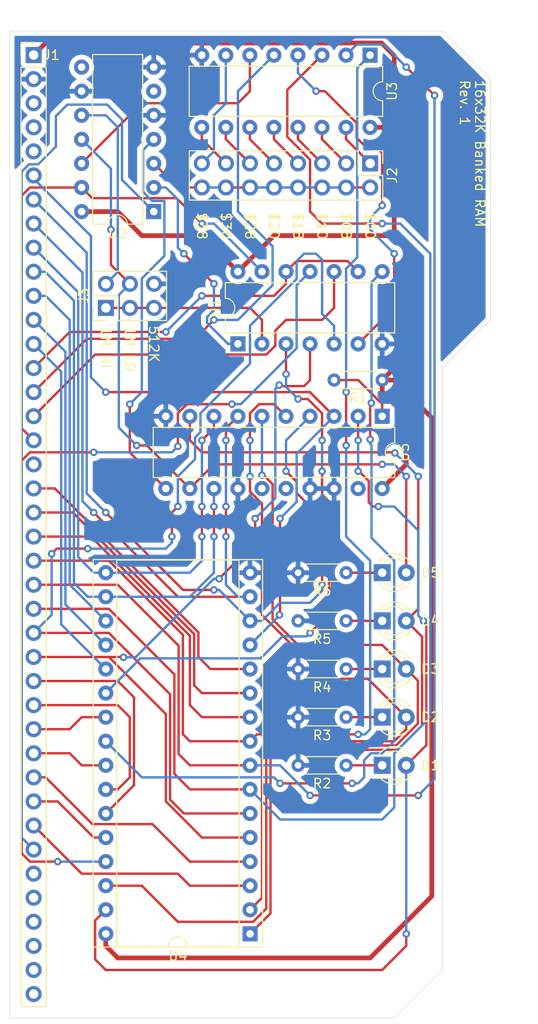
<source format=kicad_pcb>
(kicad_pcb (version 20211014) (generator pcbnew)
  (layers (0 "F.Cu" signal) (31 "B.Cu" signal) (34 "B.Paste" user) (35 "F.Paste" user) (36 "B.SilkS" user "B.Silkscreen") (37 "F.SilkS" user "F.Silkscreen") (38 "B.Mask" user) (39 "F.Mask" user) (44 "Edge.Cuts" user))
  (net 0 "")
  (net 7 "A15")
  (net 8 "A14")
  (net 9 "A13")
  (net 10 "A12")
  (net 11 "A11")
  (net 12 "A10")
  (net 13 "A9")
  (net 14 "A8")
  (net 15 "A7")
  (net 16 "A6")
  (net 17 "A5")
  (net 18 "A4")
  (net 19 "A3")
  (net 20 "A2")
  (net 21 "A1")
  (net 22 "A0")
  (net 24 "WR")
  (net 25 "RD")
  (net 26 "IORQ")
  (net 27 "MREQ")
  (net 28 "D7")
  (net 29 "D6")
  (net 30 "D5")
  (net 31 "D4")
  (net 32 "D3")
  (net 33 "D2")
  (net 34 "D1")
  (net 35 "D0")
  (net 38 "GND")
  (net 39 "+5V")
  (net 40 "Net-(J2-Pad10)")
  (net 41 "Net-(J2-Pad15)")
  (net 42 "Net-(J2-Pad13)")
  (net 43 "Net-(J2-Pad11)")
  (net 44 "Net-(J2-Pad9)")
  (net 45 "Net-(J2-Pad7)")
  (net 46 "Net-(J2-Pad5)")
  (net 47 "Net-(J2-Pad3)")
  (net 48 "Net-(J2-Pad1)")
  (net 51 "BANK0")
  (net 52 "BANK2")
  (net 53 "BANK1")
  (net 54 "BANK3")
  (net 55 "Net-(D5-Pad1)")
  (net 56 "RAM_OE")
  (net 57 "RAM_WE")
  (net 58 "/BANK_CLK")
  (net 62 "/BANKREG_EN")
  (net 64 "Net-(R1-Pad2)")
  (net 65 "Net-(D1-Pad1)")
  (net 66 "Net-(D2-Pad1)")
  (net 67 "Net-(D3-Pad1)")
  (net 68 "Net-(D4-Pad1)")
  (net 69 "BANK4")
  (net 70 "Net-(U1-Pad2)")
  (net 71 "Net-(U2-Pad10)")
  (net 72 "HIGHRAM_ENABLE")
  (net 73 "RAM_CE")
  (net 74 "A6_A7")
  (footprint "Connector_PinHeader_2.54mm:PinHeader_1x40_P2.54mm_Vertical" (layer "F.Cu") (at 91.44 40.64)
    (fp_text reference "J1")
    (fp_text value "Bus_Wide")
  )
  (footprint "Connector_PinHeader_2.54mm:PinHeader_2x08_P2.54mm_Vertical" (layer "F.Cu") (at 127 52.07 -90)
    (fp_text reference "J2")
    (fp_text value "Conn_02x08_Odd_Even")
  )
  (footprint "Package_DIP:DIP-14_W7.62mm" (layer "F.Cu") (at 113.025 71.11 90)
    (fp_text reference "U1")
    (fp_text value "74LS32")
  )
  (footprint "Package_DIP:DIP-14_W7.62mm" (layer "F.Cu") (at 104.13 57.155 180)
    (fp_text reference "U2")
    (fp_text value "74LS04")
  )
  (footprint "Package_DIP:DIP-16_W7.62mm" (layer "F.Cu") (at 126.985 40.65 -90)
    (fp_text reference "U3")
    (fp_text value "74LS138")
  )
  (footprint "Package_DIP:DIP-32_W15.24mm_Socket" (layer "F.Cu") (at 114.305 133.35 180)
    (fp_text reference "U4")
    (fp_text value "AS6C4008-55PCN")
  )
  (footprint "LED_THT:LED_D3.0mm" (layer "F.Cu") (at 128.27 95.25)
    (fp_text reference "D5")
    (fp_text value "LED")
  )
  (footprint "LED_THT:LED_D3.0mm" (layer "F.Cu") (at 128.27 105.41)
    (fp_text reference "D3")
    (fp_text value "LED")
  )
  (footprint "Resistor_THT:R_Axial_DIN0204_L3.6mm_D1.6mm_P5.08mm_Horizontal" (layer "F.Cu") (at 124.46 105.41 180)
    (fp_text reference "R4")
    (fp_text value "470")
  )
  (footprint "Resistor_THT:R_Axial_DIN0204_L3.6mm_D1.6mm_P5.08mm_Horizontal" (layer "F.Cu") (at 124.46 115.57 180)
    (fp_text reference "R2")
    (fp_text value "470")
  )
  (footprint "Package_DIP:DIP-20_W7.62mm" (layer "F.Cu") (at 128.265 78.75 -90)
    (fp_text reference "U5")
    (fp_text value "74LS273")
  )
  (footprint "Resistor_THT:R_Axial_DIN0204_L3.6mm_D1.6mm_P5.08mm_Horizontal" (layer "F.Cu") (at 124.46 95.25 180)
    (fp_text reference "R6")
    (fp_text value "470")
  )
  (footprint "Resistor_THT:R_Axial_DIN0204_L3.6mm_D1.6mm_P5.08mm_Horizontal" (layer "F.Cu") (at 124.46 100.33 180)
    (fp_text reference "R5")
    (fp_text value "470")
  )
  (footprint "Resistor_THT:R_Axial_DIN0204_L3.6mm_D1.6mm_P5.08mm_Horizontal" (layer "F.Cu") (at 128.27 74.93 180)
    (fp_text reference "R1")
    (fp_text value "10k")
  )
  (footprint "LED_THT:LED_D3.0mm" (layer "F.Cu") (at 128.27 110.49)
    (fp_text reference "D2")
    (fp_text value "LED")
  )
  (footprint "LED_THT:LED_D3.0mm" (layer "F.Cu") (at 128.27 100.33)
    (fp_text reference "D4")
    (fp_text value "LED")
  )
  (footprint "LED_THT:LED_D3.0mm" (layer "F.Cu") (at 128.27 115.57)
    (fp_text reference "D1")
    (fp_text value "LED")
  )
  (footprint "Resistor_THT:R_Axial_DIN0204_L3.6mm_D1.6mm_P5.08mm_Horizontal" (layer "F.Cu") (at 124.46 110.49 180)
    (fp_text reference "R3")
    (fp_text value "470")
  )
  (footprint "Connector_PinHeader_2.54mm:PinHeader_2x03_P2.54mm_Vertical" (layer "F.Cu") (at 99.075 67.315 90)
    (fp_text reference "J3")
    (fp_text value "Conn_02x03_Odd_Even")
  )
  (gr_poly (pts (xy 139.7 43.18) (xy 139.7 68.58) (xy 134.62 73.66) (xy 134.62 137.16) (xy 129.54 142.24) (xy 88.9 142.24) (xy 88.9 38.1) (xy 134.62 38.1)) (layer "Edge.Cuts") (width 0.05) (fill none))
  (gr_text "$28" (at 114.3 57.15 270) (layer "F.SilkS") (effects (font (size 1 1)) (justify left)))
  (gr_text "$08" (at 124.46 57.15 270) (layer "F.SilkS") (effects (font (size 1 1)) (justify left)))
  (gr_text "$10" (at 121.92 57.15 270) (layer "F.SilkS") (effects (font (size 1 1)) (justify left)))
  (gr_text "16x32K Banked RAM\nRev. 1" (at 137.795 43.18 270) (layer "F.SilkS") (effects (font (size 1 1)) (justify left)))
  (gr_text "$30" (at 111.76 57.15 270) (layer "F.SilkS") (effects (font (size 1 1)) (justify left)))
  (gr_text "$18" (at 119.38 57.15 270) (layer "F.SilkS") (effects (font (size 1 1)) (justify left)))
  (gr_text "1M LO" (at 101.6 69.215 270) (layer "F.SilkS") (effects (font (size 1 1)) (justify left)))
  (gr_text "512K" (at 104.14 71.12 270) (layer "F.SilkS") (effects (font (size 1 1))))
  (gr_text "1M HI" (at 99.06 69.215 270) (layer "F.SilkS") (effects (font (size 1 1)) (justify left)))
  (gr_text "$00" (at 127 57.15 270) (layer "F.SilkS") (effects (font (size 1 1)) (justify left)))
  (gr_text "$20" (at 116.84 57.15 270) (layer "F.SilkS") (effects (font (size 1 1)) (justify left)))
  (gr_text "$38" (at 109.22 57.15 270) (layer "F.SilkS") (effects (font (size 1 1)) (justify left)))
  (segment (start 100.77952 47.43952) (end 99.210489 45.870489) (width 0.25) (layer "B.Cu") (net 7))
  (segment (start 99.210489 45.870489) (end 95.004022 45.870489) (width 0.25) (layer "B.Cu") (net 7))
  (segment (start 100.77952 53.80452) (end 100.77952 47.43952) (width 0.25) (layer "B.Cu") (net 7))
  (segment (start 90.17 123.19) (end 91.44 124.46) (width 0.25) (layer "B.Cu") (net 7))
  (segment (start 91.926499 52.165489) (end 90.953501 52.165489) (width 0.25) (layer "B.Cu") (net 7))
  (segment (start 95.004022 45.870489) (end 93.789022 47.085489) (width 0.25) (layer "B.Cu") (net 7))
  (segment (start 104.13 57.155) (end 100.77952 53.80452) (width 0.25) (layer "B.Cu") (net 7))
  (segment (start 90.953501 52.165489) (end 90.17 52.94899) (width 0.25) (layer "B.Cu") (net 7))
  (segment (start 90.17 52.94899) (end 90.17 123.19) (width 0.25) (layer "B.Cu") (net 7))
  (segment (start 93.789022 47.085489) (end 93.789022 50.302966) (width 0.25) (layer "B.Cu") (net 7))
  (segment (start 93.789022 50.302966) (end 91.926499 52.165489) (width 0.25) (layer "B.Cu") (net 7))
  (segment (start 91.44 121.92) (end 96.52 127) (width 0.25) (layer "F.Cu") (net 8))
  (segment (start 106.68 127) (end 107.95 128.27) (width 0.25) (layer "F.Cu") (net 8))
  (segment (start 107.95 128.27) (end 114.305 128.27) (width 0.25) (layer "F.Cu") (net 8))
  (segment (start 96.52 127) (end 106.68 127) (width 0.25) (layer "F.Cu") (net 8))
  (segment (start 93.98 119.38) (end 97.79 123.19) (width 0.25) (layer "F.Cu") (net 9))
  (segment (start 97.79 123.19) (end 99.065 123.19) (width 0.25) (layer "F.Cu") (net 9))
  (segment (start 91.44 119.38) (end 93.98 119.38) (width 0.25) (layer "F.Cu") (net 9))
  (segment (start 107.95 125.73) (end 114.305 125.73) (width 0.25) (layer "F.Cu") (net 10))
  (segment (start 97.644511 121.774511) (end 103.994511 121.774511) (width 0.25) (layer "F.Cu") (net 10))
  (segment (start 92.71 116.84) (end 97.644511 121.774511) (width 0.25) (layer "F.Cu") (net 10))
  (segment (start 103.994511 121.774511) (end 107.95 125.73) (width 0.25) (layer "F.Cu") (net 10))
  (segment (start 91.44 116.84) (end 92.71 116.84) (width 0.25) (layer "F.Cu") (net 10))
  (segment (start 96.52 115.57) (end 99.065 115.57) (width 0.25) (layer "F.Cu") (net 11))
  (segment (start 91.44 114.3) (end 95.25 114.3) (width 0.25) (layer "F.Cu") (net 11))
  (segment (start 95.25 114.3) (end 96.52 115.57) (width 0.25) (layer "F.Cu") (net 11))
  (segment (start 96.52 110.49) (end 99.065 110.49) (width 0.25) (layer "F.Cu") (net 12))
  (segment (start 91.44 111.76) (end 95.25 111.76) (width 0.25) (layer "F.Cu") (net 12))
  (segment (start 95.25 111.76) (end 96.52 110.49) (width 0.25) (layer "F.Cu") (net 12))
  (segment (start 91.44 109.22) (end 100.33 109.22) (width 0.25) (layer "F.Cu") (net 13))
  (segment (start 101.6 110.49) (end 101.6 116.84) (width 0.25) (layer "F.Cu") (net 13))
  (segment (start 100.33 109.22) (end 101.6 110.49) (width 0.25) (layer "F.Cu") (net 13))
  (segment (start 101.6 116.84) (end 100.33 118.11) (width 0.25) (layer "F.Cu") (net 13))
  (segment (start 100.33 118.11) (end 99.065 118.11) (width 0.25) (layer "F.Cu") (net 13))
  (segment (start 100.33 106.68) (end 102.04952 108.39952) (width 0.25) (layer "F.Cu") (net 14))
  (segment (start 91.44 106.68) (end 100.33 106.68) (width 0.25) (layer "F.Cu") (net 14))
  (segment (start 102.04952 108.39952) (end 102.04952 117.66548) (width 0.25) (layer "F.Cu") (net 14))
  (segment (start 102.04952 117.66548) (end 99.065 120.65) (width 0.25) (layer "F.Cu") (net 14))
  (segment (start 99.3853 104.14) (end 100.900702 104.14) (width 0.25) (layer "F.Cu") (net 15))
  (segment (start 100.900702 104.14) (end 100.932851 104.172149) (width 0.25) (layer "F.Cu") (net 15))
  (segment (start 120.015 75.565) (end 120.645 74.935) (width 0.25) (layer "F.Cu") (net 15))
  (segment (start 99.3853 104.14) (end 105.41 110.1647) (width 0.25) (layer "F.Cu") (net 15))
  (segment (start 105.41 110.1647) (end 105.41 119.38) (width 0.25) (layer "F.Cu") (net 15))
  (segment (start 117.3855 75.457931) (end 117.492569 75.565) (width 0.25) (layer "F.Cu") (net 15))
  (segment (start 117.492569 75.565) (end 120.015 75.565) (width 0.25) (layer "F.Cu") (net 15))
  (segment (start 120.645 74.935) (end 120.645 71.11) (width 0.25) (layer "F.Cu") (net 15))
  (segment (start 109.22 123.19) (end 114.305 123.19) (width 0.25) (layer "F.Cu") (net 15))
  (segment (start 114.8455 92.075) (end 114.8455 89.535) (width 0.25) (layer "F.Cu") (net 15))
  (segment (start 91.44 104.14) (end 99.3853 104.14) (width 0.25) (layer "F.Cu") (net 15))
  (segment (start 105.41 119.38) (end 109.22 123.19) (width 0.25) (layer "F.Cu") (net 15))
  (segment (start 111.0355 95.885) (end 114.8455 92.075) (width 0.25) (layer "F.Cu") (net 15))
  (via (at 117.3855 75.457931) (size 0.8) (drill 0.4) (layers "F.Cu" "B.Cu") (net 15))
  (via (at 111.0355 95.885) (size 0.8) (drill 0.4) (layers "F.Cu" "B.Cu") (net 15))
  (via (at 114.8455 89.535) (size 0.8) (drill 0.4) (layers "F.Cu" "B.Cu") (net 15))
  (via (at 100.932851 104.172149) (size 0.8) (drill 0.4) (layers "F.Cu" "B.Cu") (net 15))
  (segment (start 110.490718 95.885) (end 111.0355 95.885) (width 0.25) (layer "B.Cu") (net 15))
  (segment (start 116.980489 87.400011) (end 116.980489 81.755789) (width 0.25) (layer "B.Cu") (net 15))
  (segment (start 114.8455 89.535) (end 116.980489 87.400011) (width 0.25) (layer "B.Cu") (net 15))
  (segment (start 116.980489 75.862942) (end 117.3855 75.457931) (width 0.25) (layer "B.Cu") (net 15))
  (segment (start 116.980489 81.755789) (end 116.980489 75.862942) (width 0.25) (layer "B.Cu") (net 15))
  (segment (start 100.932851 104.172149) (end 102.203569 104.172149) (width 0.25) (layer "B.Cu") (net 15))
  (segment (start 102.203569 104.172149) (end 110.490718 95.885) (width 0.25) (layer "B.Cu") (net 15))
  (segment (start 97.155 92.71) (end 93.8905 92.71) (width 0.25) (layer "F.Cu") (net 16))
  (segment (start 105.85952 108.07422) (end 105.85952 119.193802) (width 0.25) (layer "F.Cu") (net 16))
  (segment (start 91.44 101.6) (end 99.3853 101.6) (width 0.25) (layer "F.Cu") (net 16))
  (segment (start 107.315718 120.65) (end 114.305 120.65) (width 0.25) (layer "F.Cu") (net 16))
  (segment (start 106.045 91.44) (end 106.045 88.9) (width 0.25) (layer "F.Cu") (net 16))
  (segment (start 106.045 88.9) (end 106.68 88.265) (width 0.25) (layer "F.Cu") (net 16))
  (segment (start 93.8905 92.71) (end 93.345 93.2555) (width 0.25) (layer "F.Cu") (net 16))
  (segment (start 99.3853 101.6) (end 105.85952 108.07422) (width 0.25) (layer "F.Cu") (net 16))
  (segment (start 105.85952 119.193802) (end 107.315718 120.65) (width 0.25) (layer "F.Cu") (net 16))
  (via (at 93.345 93.2555) (size 0.8) (drill 0.4) (layers "F.Cu" "B.Cu") (net 16))
  (via (at 106.045 91.44) (size 0.8) (drill 0.4) (layers "F.Cu" "B.Cu") (net 16))
  (via (at 97.155 92.71) (size 0.8) (drill 0.4) (layers "F.Cu" "B.Cu") (net 16))
  (via (at 106.68 88.265) (size 0.8) (drill 0.4) (layers "F.Cu" "B.Cu") (net 16))
  (segment (start 108.495489 80.979897) (end 109.069511 80.405875) (width 0.25) (layer "B.Cu") (net 16))
  (segment (start 93.345 93.2555) (end 93.345 99.695) (width 0.25) (layer "B.Cu") (net 16))
  (segment (start 106.68 85.09) (end 108.495489 83.274511) (width 0.25) (layer "B.Cu") (net 16))
  (segment (start 106.045 92.075) (end 106.045 91.44) (width 0.25) (layer "B.Cu") (net 16))
  (segment (start 105.41 92.71) (end 97.155 92.71) (width 0.25) (layer "B.Cu") (net 16))
  (segment (start 114.3 73.194211) (end 114.3 69.199282) (width 0.25) (layer "B.Cu") (net 16))
  (segment (start 93.345 99.695) (end 91.44 101.6) (width 0.25) (layer "B.Cu") (net 16))
  (segment (start 109.069511 80.405875) (end 109.069511 78.4247) (width 0.25) (layer "B.Cu") (net 16))
  (segment (start 121.285 61.595) (end 121.92 62.23) (width 0.25) (layer "B.Cu") (net 16))
  (segment (start 114.3 69.199282) (end 119.229511 64.269771) (width 0.25) (layer "B.Cu") (net 16))
  (segment (start 108.495489 83.274511) (end 108.495489 80.979897) (width 0.25) (layer "B.Cu") (net 16))
  (segment (start 119.229511 62.380489) (end 120.015 61.595) (width 0.25) (layer "B.Cu") (net 16))
  (segment (start 121.92 62.23) (end 121.92 67.945) (width 0.25) (layer "B.Cu") (net 16))
  (segment (start 120.015 61.595) (end 121.285 61.595) (width 0.25) (layer "B.Cu") (net 16))
  (segment (start 106.68 88.265) (end 106.68 85.09) (width 0.25) (layer "B.Cu") (net 16))
  (segment (start 105.41 92.71) (end 106.045 92.075) (width 0.25) (layer "B.Cu") (net 16))
  (segment (start 121.92 67.945) (end 123.185 69.21) (width 0.25) (layer "B.Cu") (net 16))
  (segment (start 109.069511 78.4247) (end 114.3 73.194211) (width 0.25) (layer "B.Cu") (net 16))
  (segment (start 123.185 69.21) (end 123.185 71.11) (width 0.25) (layer "B.Cu") (net 16))
  (segment (start 119.229511 64.269771) (end 119.229511 62.380489) (width 0.25) (layer "B.Cu") (net 16))
  (segment (start 91.44 99.06) (end 99.3853 99.06) (width 0.25) (layer "F.Cu") (net 17))
  (segment (start 99.3853 99.06) (end 106.30904 105.98374) (width 0.25) (layer "F.Cu") (net 17))
  (segment (start 106.30904 105.98374) (end 106.30904 116.46904) (width 0.25) (layer "F.Cu") (net 17))
  (segment (start 107.95 118.11) (end 114.305 118.11) (width 0.25) (layer "F.Cu") (net 17))
  (segment (start 121.905 40.65) (end 118.240489 44.314511) (width 0.25) (layer "F.Cu") (net 17))
  (segment (start 121.92 58.42) (end 128.27 58.42) (width 0.25) (layer "F.Cu") (net 17))
  (segment (start 118.240489 49.269479) (end 120.65 51.67899) (width 0.25) (layer "F.Cu") (net 17))
  (segment (start 118.240489 44.314511) (end 118.240489 49.269479) (width 0.25) (layer "F.Cu") (net 17))
  (segment (start 120.65 51.67899) (end 120.65 57.15) (width 0.25) (layer "F.Cu") (net 17))
  (segment (start 106.30904 116.46904) (end 107.95 118.11) (width 0.25) (layer "F.Cu") (net 17))
  (segment (start 120.65 57.15) (end 121.92 58.42) (width 0.25) (layer "F.Cu") (net 17))
  (via (at 128.27 58.42) (size 0.8) (drill 0.4) (layers "F.Cu" "B.Cu") (net 17))
  (segment (start 117.48 121.285) (end 114.305 118.11) (width 0.25) (layer "B.Cu") (net 17))
  (segment (start 129.54 114.3) (end 129.54 120.015) (width 0.25) (layer "B.Cu") (net 17))
  (segment (start 128.27 58.42) (end 130.175 58.42) (width 0.25) (layer "B.Cu") (net 17))
  (segment (start 129.54 120.015) (end 128.27 121.285) (width 0.25) (layer "B.Cu") (net 17))
  (segment (start 133.35 61.595) (end 133.35 110.49) (width 0.25) (layer "B.Cu") (net 17))
  (segment (start 130.175 58.42) (end 133.35 61.595) (width 0.25) (layer "B.Cu") (net 17))
  (segment (start 128.27 121.285) (end 117.48 121.285) (width 0.25) (layer "B.Cu") (net 17))
  (segment (start 133.35 110.49) (end 129.54 114.3) (width 0.25) (layer "B.Cu") (net 17))
  (segment (start 106.75856 102.94856) (end 106.75856 114.37856) (width 0.25) (layer "F.Cu") (net 18))
  (segment (start 106.75856 114.37856) (end 107.95 115.57) (width 0.25) (layer "F.Cu") (net 18))
  (segment (start 100.33 96.52) (end 106.75856 102.94856) (width 0.25) (layer "F.Cu") (net 18))
  (segment (start 130.81 41.91) (end 133.79952 44.89952) (width 0.25) (layer "F.Cu") (net 18))
  (segment (start 132.08 118.745) (end 120.65 118.745) (width 0.25) (layer "F.Cu") (net 18))
  (segment (start 91.44 96.52) (end 100.33 96.52) (width 0.25) (layer "F.Cu") (net 18))
  (segment (start 107.95 115.57) (end 114.305 115.57) (width 0.25) (layer "F.Cu") (net 18))
  (via (at 133.79952 44.89952) (size 0.8) (drill 0.4) (layers "F.Cu" "B.Cu") (net 18))
  (via (at 120.65 118.745) (size 0.8) (drill 0.4) (layers "F.Cu" "B.Cu") (net 18))
  (via (at 130.81 41.91) (size 0.8) (drill 0.4) (layers "F.Cu" "B.Cu") (net 18))
  (via (at 132.08 118.745) (size 0.8) (drill 0.4) (layers "F.Cu" "B.Cu") (net 18))
  (segment (start 132.08 118.745) (end 133.79952 117.02548) (width 0.25) (layer "B.Cu") (net 18))
  (segment (start 133.79952 117.02548) (end 133.79952 44.89952) (width 0.25) (layer "B.Cu") (net 18))
  (segment (start 128.425489 39.525489) (end 130.81 41.91) (width 0.25) (layer "B.Cu") (net 18))
  (segment (start 120.65 118.745) (end 117.475 115.57) (width 0.25) (layer "B.Cu") (net 18))
  (segment (start 128.425489 39.525489) (end 125.569511 39.525489) (width 0.25) (layer "B.Cu") (net 18))
  (segment (start 125.569511 39.525489) (end 124.445 40.65) (width 0.25) (layer "B.Cu") (net 18))
  (segment (start 117.475 115.57) (end 114.305 115.57) (width 0.25) (layer "B.Cu") (net 18))
  (segment (start 107.20808 112.28808) (end 107.95 113.03) (width 0.25) (layer "F.Cu") (net 19))
  (segment (start 107.95 113.03) (end 114.305 113.03) (width 0.25) (layer "F.Cu") (net 19))
  (segment (start 91.44 93.98) (end 99.3853 93.98) (width 0.25) (layer "F.Cu") (net 19))
  (segment (start 99.3853 93.98) (end 107.20808 101.80278) (width 0.25) (layer "F.Cu") (net 19))
  (segment (start 124.46 81.8255) (end 124.46 76.2) (width 0.25) (layer "F.Cu") (net 19))
  (segment (start 125.73 112.3055) (end 115.0295 112.3055) (width 0.25) (layer "F.Cu") (net 19))
  (segment (start 115.0295 112.3055) (end 114.305 113.03) (width 0.25) (layer "F.Cu") (net 19))
  (segment (start 107.20808 101.80278) (end 107.20808 112.28808) (width 0.25) (layer "F.Cu") (net 19))
  (via (at 125.73 112.3055) (size 0.8) (drill 0.4) (layers "F.Cu" "B.Cu") (net 19))
  (via (at 124.46 81.8255) (size 0.8) (drill 0.4) (layers "F.Cu" "B.Cu") (net 19))
  (via (at 124.46 76.2) (size 0.8) (drill 0.4) (layers "F.Cu" "B.Cu") (net 19))
  (segment (start 127 111.76) (end 126.4545 112.3055) (width 0.25) (layer "B.Cu") (net 19))
  (segment (start 124.46 63.1647) (end 124.46 76.2) (width 0.25) (layer "B.Cu") (net 19))
  (segment (start 124.46 81.915) (end 124.46 91.44) (width 0.25) (layer "B.Cu") (net 19))
  (segment (start 126.985 40.65) (end 125.634511 42.000489) (width 0.25) (layer "B.Cu") (net 19))
  (segment (start 127 93.98) (end 127 111.76) (width 0.25) (layer "B.Cu") (net 19))
  (segment (start 124.46 81.915) (end 124.46 81.8255) (width 0.25) (layer "B.Cu") (net 19))
  (segment (start 125.634511 61.990189) (end 124.46 63.1647) (width 0.25) (layer "B.Cu") (net 19))
  (segment (start 124.46 91.44) (end 127 93.98) (width 0.25) (layer "B.Cu") (net 19))
  (segment (start 126.4545 112.3055) (end 125.73 112.3055) (width 0.25) (layer "B.Cu") (net 19))
  (segment (start 125.634511 42.000489) (end 125.634511 61.990189) (width 0.25) (layer "B.Cu") (net 19))
  (segment (start 107.95 101.908983) (end 107.95 109.22) (width 0.25) (layer "F.Cu") (net 20))
  (segment (start 91.44 91.44) (end 97.481017 91.44) (width 0.25) (layer "F.Cu") (net 20))
  (segment (start 109.22 110.49) (end 114.305 110.49) (width 0.25) (layer "F.Cu") (net 20))
  (segment (start 107.95 109.22) (end 109.22 110.49) (width 0.25) (layer "F.Cu") (net 20))
  (segment (start 97.481017 91.44) (end 107.95 101.908983) (width 0.25) (layer "F.Cu") (net 20))
  (segment (start 91.44 88.9) (end 95.576734 88.9) (width 0.25) (layer "F.Cu") (net 21))
  (segment (start 95.576734 88.9) (end 108.39952 101.722786) (width 0.25) (layer "F.Cu") (net 21))
  (segment (start 109.22 107.95) (end 114.305 107.95) (width 0.25) (layer "F.Cu") (net 21))
  (segment (start 108.39952 101.722786) (end 108.39952 107.12952) (width 0.25) (layer "F.Cu") (net 21))
  (segment (start 108.39952 107.12952) (end 109.22 107.95) (width 0.25) (layer "F.Cu") (net 21))
  (segment (start 93.672451 86.36) (end 108.84904 101.536589) (width 0.25) (layer "F.Cu") (net 22))
  (segment (start 108.84904 104.14) (end 110.11904 105.41) (width 0.25) (layer "F.Cu") (net 22))
  (segment (start 91.44 86.36) (end 93.672451 86.36) (width 0.25) (layer "F.Cu") (net 22))
  (segment (start 110.11904 105.41) (end 114.305 105.41) (width 0.25) (layer "F.Cu") (net 22))
  (segment (start 108.84904 101.536589) (end 108.84904 104.14) (width 0.25) (layer "F.Cu") (net 22))
  (segment (start 106.539511 55.739511) (end 109.22 58.42) (width 0.25) (layer "F.Cu") (net 24))
  (segment (start 96.51 54.615) (end 97.634511 55.739511) (width 0.25) (layer "F.Cu") (net 24))
  (segment (start 91.04399 54.615) (end 96.51 54.615) (width 0.25) (layer "F.Cu") (net 24))
  (segment (start 90.17 55.48899) (end 91.04399 54.615) (width 0.25) (layer "F.Cu") (net 24))
  (segment (start 91.44 81.28) (end 90.17 80.01) (width 0.25) (layer "F.Cu") (net 24))
  (segment (start 90.17 80.01) (end 90.17 55.48899) (width 0.25) (layer "F.Cu") (net 24))
  (segment (start 97.634511 55.739511) (end 106.539511 55.739511) (width 0.25) (layer "F.Cu") (net 24))
  (via (at 109.22 58.42) (size 0.8) (drill 0.4) (layers "F.Cu" "B.Cu") (net 24))
  (segment (start 110.495 58.42) (end 115.565 63.49) (width 0.25) (layer "B.Cu") (net 24))
  (segment (start 109.22 58.42) (end 110.495 58.42) (width 0.25) (layer "B.Cu") (net 24))
  (segment (start 118.11 68.58) (end 121.92 68.58) (width 0.25) (layer "F.Cu") (net 25))
  (segment (start 91.44 78.74) (end 97.945489 72.234511) (width 0.25) (layer "F.Cu") (net 25))
  (segment (start 97.945489 72.234511) (end 116.030789 72.234511) (width 0.25) (layer "F.Cu") (net 25))
  (segment (start 116.980489 71.284811) (end 116.980489 69.709511) (width 0.25) (layer "F.Cu") (net 25))
  (segment (start 121.92 68.58) (end 123.19 67.31) (width 0.25) (layer "F.Cu") (net 25))
  (segment (start 116.980489 69.709511) (end 118.11 68.58) (width 0.25) (layer "F.Cu") (net 25))
  (segment (start 116.030789 72.234511) (end 116.980489 71.284811) (width 0.25) (layer "F.Cu") (net 25))
  (segment (start 123.19 67.31) (end 123.185 67.305) (width 0.25) (layer "F.Cu") (net 25))
  (segment (start 123.185 67.305) (end 123.185 63.49) (width 0.25) (layer "F.Cu") (net 25))
  (segment (start 91.44 76.2) (end 97.065489 70.574511) (width 0.25) (layer "F.Cu") (net 26))
  (segment (start 97.065489 70.574511) (end 108.495489 70.574511) (width 0.25) (layer "F.Cu") (net 26))
  (segment (start 108.495489 70.574511) (end 110.49 68.58) (width 0.25) (layer "F.Cu") (net 26))
  (via (at 110.49 68.58) (size 0.8) (drill 0.4) (layers "F.Cu" "B.Cu") (net 26))
  (segment (start 110.49 68.58) (end 113.03 68.58) (width 0.25) (layer "B.Cu") (net 26))
  (segment (start 116.689511 64.920489) (end 116.689511 60.809511) (width 0.25) (layer "B.Cu") (net 26))
  (segment (start 116.689511 60.809511) (end 113.03 57.15) (width 0.25) (layer "B.Cu") (net 26))
  (segment (start 113.03 68.58) (end 116.689511 64.920489) (width 0.25) (layer "B.Cu") (net 26))
  (segment (start 113.03 44.445) (end 116.825 40.65) (width 0.25) (layer "B.Cu") (net 26))
  (segment (start 113.03 57.15) (end 113.03 44.445) (width 0.25) (layer "B.Cu") (net 26))
  (segment (start 109.22 66.04) (end 116.84 66.04) (width 0.25) (layer "F.Cu") (net 27))
  (segment (start 124.600489 62.365489) (end 125.725 63.49) (width 0.25) (layer "F.Cu") (net 27))
  (segment (start 95.25 69.85) (end 105.41 69.85) (width 0.25) (layer "F.Cu") (net 27))
  (segment (start 91.44 73.66) (end 95.25 69.85) (width 0.25) (layer "F.Cu") (net 27))
  (segment (start 116.84 66.04) (end 118.105 64.775) (width 0.25) (layer "F.Cu") (net 27))
  (segment (start 118.105 63.49) (end 119.229511 62.365489) (width 0.25) (layer "F.Cu") (net 27))
  (segment (start 118.105 64.775) (end 118.105 63.49) (width 0.25) (layer "F.Cu") (net 27))
  (segment (start 119.229511 62.365489) (end 124.600489 62.365489) (width 0.25) (layer "F.Cu") (net 27))
  (via (at 105.41 69.85) (size 0.8) (drill 0.4) (layers "F.Cu" "B.Cu") (net 27))
  (via (at 109.22 66.04) (size 0.8) (drill 0.4) (layers "F.Cu" "B.Cu") (net 27))
  (segment (start 105.41 69.85) (end 109.22 66.04) (width 0.25) (layer "B.Cu") (net 27))
  (segment (start 91.44 71.12) (end 94.35096 74.03096) (width 0.25) (layer "B.Cu") (net 28))
  (segment (start 94.35096 74.03096) (end 94.35096 100.69596) (width 0.25) (layer "B.Cu") (net 28))
  (segment (start 94.35096 100.69596) (end 99.065 105.41) (width 0.25) (layer "B.Cu") (net 28))
  (segment (start 94.80048 98.60548) (end 99.065 102.87) (width 0.25) (layer "B.Cu") (net 29))
  (segment (start 91.44 68.58) (end 94.80048 71.94048) (width 0.25) (layer "B.Cu") (net 29))
  (segment (start 94.80048 71.94048) (end 94.80048 98.60548) (width 0.25) (layer "B.Cu") (net 29))
  (segment (start 95.25 68.58) (end 92.71 66.04) (width 0.25) (layer "B.Cu") (net 30))
  (segment (start 92.71 66.04) (end 91.44 66.04) (width 0.25) (layer "B.Cu") (net 30))
  (segment (start 95.25 96.515) (end 95.25 68.58) (width 0.25) (layer "B.Cu") (net 30))
  (segment (start 99.065 100.33) (end 95.25 96.515) (width 0.25) (layer "B.Cu") (net 30))
  (segment (start 110.49 91.44) (end 110.49 88.275) (width 0.25) (layer "F.Cu") (net 31))
  (segment (start 110.49 88.275) (end 110.485 88.27) (width 0.25) (layer "F.Cu") (net 31))
  (via (at 110.485 88.27) (size 0.8) (drill 0.4) (layers "F.Cu" "B.Cu") (net 31))
  (via (at 110.49 91.44) (size 0.8) (drill 0.4) (layers "F.Cu" "B.Cu") (net 31))
  (segment (start 110.485 86.37) (end 110.485 88.27) (width 0.25) (layer "B.Cu") (net 31))
  (segment (start 92.642081 63.5) (end 95.69952 66.557439) (width 0.25) (layer "B.Cu") (net 31))
  (segment (start 97.160718 97.79) (end 99.065 97.79) (width 0.25) (layer "B.Cu") (net 31))
  (segment (start 95.69952 96.328802) (end 97.160718 97.79) (width 0.25) (layer "B.Cu") (net 31))
  (segment (start 110.485 95.255) (end 107.95 97.79) (width 0.25) (layer "B.Cu") (net 31))
  (segment (start 95.69952 66.557439) (end 95.69952 96.328802) (width 0.25) (layer "B.Cu") (net 31))
  (segment (start 110.485 91.445) (end 110.49 91.44) (width 0.25) (layer "B.Cu") (net 31))
  (segment (start 107.95 97.79) (end 99.065 97.79) (width 0.25) (layer "B.Cu") (net 31))
  (segment (start 110.485 91.445) (end 110.485 95.255) (width 0.25) (layer "B.Cu") (net 31))
  (segment (start 91.44 63.5) (end 92.642081 63.5) (width 0.25) (layer "B.Cu") (net 31))
  (segment (start 109.22 88.265) (end 109.22 91.44) (width 0.25) (layer "F.Cu") (net 32))
  (segment (start 109.22 81.28) (end 110.485 80.015) (width 0.25) (layer "F.Cu") (net 32))
  (segment (start 110.485 80.015) (end 110.485 78.75) (width 0.25) (layer "F.Cu") (net 32))
  (via (at 109.22 91.44) (size 0.8) (drill 0.4) (layers "F.Cu" "B.Cu") (net 32))
  (via (at 109.22 88.265) (size 0.8) (drill 0.4) (layers "F.Cu" "B.Cu") (net 32))
  (via (at 109.22 81.28) (size 0.8) (drill 0.4) (layers "F.Cu" "B.Cu") (net 32))
  (segment (start 109.22 93.98) (end 107.95 95.25) (width 0.25) (layer "B.Cu") (net 32))
  (segment (start 109.22 93.98) (end 109.22 91.44) (width 0.25) (layer "B.Cu") (net 32))
  (segment (start 96.14904 65.66904) (end 96.14904 93.60904) (width 0.25) (layer "B.Cu") (net 32))
  (segment (start 107.95 95.25) (end 99.065 95.25) (width 0.25) (layer "B.Cu") (net 32))
  (segment (start 97.79 95.25) (end 99.065 95.25) (width 0.25) (layer "B.Cu") (net 32))
  (segment (start 96.14904 93.60904) (end 97.79 95.25) (width 0.25) (layer "B.Cu") (net 32))
  (segment (start 109.22 88.265) (end 109.22 81.28) (width 0.25) (layer "B.Cu") (net 32))
  (segment (start 91.44 60.96) (end 96.14904 65.66904) (width 0.25) (layer "B.Cu") (net 32))
  (segment (start 113.025 78.75) (end 113.02 78.75) (width 0.25) (layer "F.Cu") (net 33))
  (segment (start 111.76 88.265) (end 111.76 91.44) (width 0.25) (layer "F.Cu") (net 33))
  (segment (start 106.68 97.79) (end 114.305 97.79) (width 0.25) (layer "F.Cu") (net 33))
  (segment (start 111.76 80.01) (end 111.76 81.28) (width 0.25) (layer "F.Cu") (net 33))
  (segment (start 97.79 88.9) (end 106.68 97.79) (width 0.25) (layer "F.Cu") (net 33))
  (segment (start 113.02 78.75) (end 111.76 80.01) (width 0.25) (layer "F.Cu") (net 33))
  (via (at 111.76 88.265) (size 0.8) (drill 0.4) (layers "F.Cu" "B.Cu") (net 33))
  (via (at 97.79 88.9) (size 0.8) (drill 0.4) (layers "F.Cu" "B.Cu") (net 33))
  (via (at 111.76 81.28) (size 0.8) (drill 0.4) (layers "F.Cu" "B.Cu") (net 33))
  (via (at 111.76 91.44) (size 0.8) (drill 0.4) (layers "F.Cu" "B.Cu") (net 33))
  (segment (start 111.76 96.52) (end 113.03 97.79) (width 0.25) (layer "B.Cu") (net 33))
  (segment (start 111.76 81.28) (end 111.76 88.265) (width 0.25) (layer "B.Cu") (net 33))
  (segment (start 96.59856 87.70856) (end 97.79 88.9) (width 0.25) (layer "B.Cu") (net 33))
  (segment (start 113.03 97.79) (end 114.305 97.79) (width 0.25) (layer "B.Cu") (net 33))
  (segment (start 91.44 58.42) (end 96.52 63.5) (width 0.25) (layer "B.Cu") (net 33))
  (segment (start 96.59856 86.36) (end 96.59856 87.70856) (width 0.25) (layer "B.Cu") (net 33))
  (segment (start 96.59856 63.57856) (end 96.59856 86.36) (width 0.25) (layer "B.Cu") (net 33))
  (segment (start 111.76 91.44) (end 111.76 96.52) (width 0.25) (layer "B.Cu") (net 33))
  (segment (start 96.52 63.5) (end 96.59856 63.57856) (width 0.25) (layer "B.Cu") (net 33))
  (segment (start 121.92 89.526278) (end 119.229511 86.835789) (width 0.25) (layer "F.Cu") (net 34))
  (segment (start 119.229511 85.664011) (end 118.11 84.5445) (width 0.25) (layer "F.Cu") (net 34))
  (segment (start 107.2255 97.0655) (end 110.49 97.0655) (width 0.25) (layer "F.Cu") (net 34))
  (segment (start 119.229511 86.835789) (end 119.229511 85.664011) (width 0.25) (layer "F.Cu") (net 34))
  (segment (start 99.06 88.9) (end 107.2255 97.0655) (width 0.25) (layer "F.Cu") (net 34))
  (segment (start 121.92 96.52) (end 121.92 89.526278) (width 0.25) (layer "F.Cu") (net 34))
  (via (at 121.92 96.52) (size 0.8) (drill 0.4) (layers "F.Cu" "B.Cu") (net 34))
  (via (at 110.49 97.0655) (size 0.8) (drill 0.4) (layers "F.Cu" "B.Cu") (net 34))
  (via (at 118.11 84.5445) (size 0.8) (drill 0.4) (layers "F.Cu" "B.Cu") (net 34))
  (via (at 99.06 88.9) (size 0.8) (drill 0.4) (layers "F.Cu" "B.Cu") (net 34))
  (segment (start 117.475 98.425) (end 120.65 98.425) (width 0.25) (layer "B.Cu") (net 34))
  (segment (start 116.84 99.06) (end 115.57 100.33) (width 0.25) (layer "B.Cu") (net 34))
  (segment (start 97.04808 86.88808) (end 99.06 88.9) (width 0.25) (layer "B.Cu") (net 34))
  (segment (start 97.04808 61.48808) (end 97.04808 86.88808) (width 0.25) (layer "B.Cu") (net 34))
  (segment (start 118.11 81.285) (end 118.11 84.5445) (width 0.25) (layer "B.Cu") (net 34))
  (segment (start 120.645 78.75) (end 118.11 81.285) (width 0.25) (layer "B.Cu") (net 34))
  (segment (start 121.92 97.155) (end 121.92 96.52) (width 0.25) (layer "B.Cu") (net 34))
  (segment (start 120.65 98.425) (end 121.92 97.155) (width 0.25) (layer "B.Cu") (net 34))
  (segment (start 116.84 99.06) (end 117.475 98.425) (width 0.25) (layer "B.Cu") (net 34))
  (segment (start 91.44 55.88) (end 97.04808 61.48808) (width 0.25) (layer "B.Cu") (net 34))
  (segment (start 111.0405 97.0655) (end 114.305 100.33) (width 0.25) (layer "B.Cu") (net 34))
  (segment (start 115.57 100.33) (end 114.305 100.33) (width 0.25) (layer "B.Cu") (net 34))
  (segment (start 110.49 97.0655) (end 111.0405 97.0655) (width 0.25) (layer "B.Cu") (net 34))
  (segment (start 117.475 99.634011) (end 117.414011 99.695) (width 0.25) (layer "F.Cu") (net 35))
  (segment (start 120.65 76.215) (end 123.185 78.75) (width 0.25) (layer "F.Cu") (net 35))
  (segment (start 117.475 89.535) (end 117.475 99.634011) (width 0.25) (layer "F.Cu") (net 35))
  (segment (start 120.65 76.2) (end 120.65 76.215) (width 0.25) (layer "F.Cu") (net 35))
  (segment (start 99.06 76.2) (end 120.65 76.2) (width 0.25) (layer "F.Cu") (net 35))
  (via (at 117.475 89.535) (size 0.8) (drill 0.4) (layers "F.Cu" "B.Cu") (net 35))
  (via (at 99.06 76.2) (size 0.8) (drill 0.4) (layers "F.Cu" "B.Cu") (net 35))
  (via (at 117.414011 99.695) (size 0.8) (drill 0.4) (layers "F.Cu" "B.Cu") (net 35))
  (segment (start 91.44 53.34) (end 91.44 53.6753) (width 0.25) (layer "B.Cu") (net 35))
  (segment (start 91.44 53.6753) (end 97.4976 59.7329) (width 0.25) (layer "B.Cu") (net 35))
  (segment (start 117.16 100.015) (end 114.305 102.87) (width 0.25) (layer "B.Cu") (net 35))
  (segment (start 97.4976 59.7329) (end 97.4976 74.6376) (width 0.25) (layer "B.Cu") (net 35))
  (segment (start 117.16 99.949011) (end 117.16 100.015) (width 0.25) (layer "B.Cu") (net 35))
  (segment (start 119.229511 82.705489) (end 119.229511 86.844511) (width 0.25) (layer "B.Cu") (net 35))
  (segment (start 117.414011 99.695) (end 117.16 99.949011) (width 0.25) (layer "B.Cu") (net 35))
  (segment (start 97.4976 74.6376) (end 99.06 76.2) (width 0.25) (layer "B.Cu") (net 35))
  (segment (start 123.185 78.75) (end 119.229511 82.705489) (width 0.25) (layer "B.Cu") (net 35))
  (segment (start 119.229511 86.844511) (end 119.229511 87.780489) (width 0.25) (layer "B.Cu") (net 35))
  (segment (start 119.229511 87.780489) (end 117.475 89.535) (width 0.25) (layer "B.Cu") (net 35))
  (segment (start 117.28952 99.88548) (end 117.16 100.015) (width 0.25) (layer "B.Cu") (net 35))
  (segment (start 130.81 78.74) (end 128.27 76.2) (width 0.5) (layer "F.Cu") (net 39))
  (segment (start 127 135.89) (end 133.508071 129.381929) (width 0.5) (layer "F.Cu") (net 39))
  (segment (start 130.81 83.825) (end 130.81 78.74) (width 0.5) (layer "F.Cu") (net 39))
  (segment (start 102.87 59.69) (end 109.225 59.69) (width 0.5) (layer "F.Cu") (net 39))
  (segment (start 129.54 59.69) (end 116.825 59.69) (width 0.5) (layer "F.Cu") (net 39))
  (segment (start 116.825 59.69) (end 113.025 63.49) (width 0.5) (layer "F.Cu") (net 39))
  (segment (start 133.508071 129.381929) (end 133.508071 78.898071) (width 0.5) (layer "F.Cu") (net 39))
  (segment (start 133.508071 78.898071) (end 132.08 77.47) (width 0.5) (layer "F.Cu") (net 39))
  (segment (start 129.54 40.705978) (end 129.54 46.99) (width 0.5) (layer "F.Cu") (net 39))
  (segment (start 129.54 74.93) (end 128.27 74.93) (width 0.5) (layer "F.Cu") (net 39))
  (segment (start 91.44 40.64) (end 92.71 39.37) (width 0.5) (layer "F.Cu") (net 39))
  (segment (start 92.71 39.37) (end 128.204022 39.37) (width 0.5) (layer "F.Cu") (net 39))
  (segment (start 128.265 86.37) (end 130.81 83.825) (width 0.5) (layer "F.Cu") (net 39))
  (segment (start 129.54 46.99) (end 128.26 48.27) (width 0.5) (layer "F.Cu") (net 39))
  (segment (start 128.26 48.27) (end 126.985 48.27) (width 0.5) (layer "F.Cu") (net 39))
  (segment (start 99.065 133.35) (end 99.065 134.625) (width 0.5) (layer "F.Cu") (net 39))
  (segment (start 100.335 57.155) (end 102.87 59.69) (width 0.5) (layer "F.Cu") (net 39))
  (segment (start 130.81 72.39) (end 130.81 60.96) (width 0.5) (layer "F.Cu") (net 39))
  (segment (start 132.08 77.47) (end 129.54 74.93) (width 0.5) (layer "F.Cu") (net 39))
  (segment (start 100.33 135.89) (end 127 135.89) (width 0.5) (layer "F.Cu") (net 39))
  (segment (start 128.27 74.93) (end 130.81 72.39) (width 0.5) (layer "F.Cu") (net 39))
  (segment (start 109.225 59.69) (end 113.025 63.49) (width 0.5) (layer "F.Cu") (net 39))
  (segment (start 99.065 134.625) (end 100.33 135.89) (width 0.5) (layer "F.Cu") (net 39))
  (segment (start 130.81 60.96) (end 129.54 59.69) (width 0.5) (layer "F.Cu") (net 39))
  (segment (start 128.204022 39.37) (end 129.54 40.705978) (width 0.5) (layer "F.Cu") (net 39))
  (segment (start 129.54 49.55) (end 129.54 59.69) (width 0.5) (layer "F.Cu") (net 39))
  (segment (start 96.51 57.155) (end 100.335 57.155) (width 0.5) (layer "F.Cu") (net 39))
  (segment (start 128.27 76.2) (end 128.27 74.93) (width 0.5) (layer "F.Cu") (net 39))
  (segment (start 128.26 48.27) (end 129.54 49.55) (width 0.5) (layer "F.Cu") (net 39))
  (segment (start 111.76 54.61) (end 114.3 54.61) (width 0.25) (layer "F.Cu") (net 40))
  (segment (start 106.665 54.61) (end 109.22 54.61) (width 0.25) (layer "F.Cu") (net 40))
  (segment (start 124.46 54.61) (end 127 54.61) (width 0.25) (layer "F.Cu") (net 40))
  (segment (start 104.13 52.075) (end 106.665 54.61) (width 0.25) (layer "F.Cu") (net 40))
  (segment (start 121.92 54.61) (end 119.38 54.61) (width 0.25) (layer "B.Cu") (net 40))
  (segment (start 116.84 54.61) (end 113.665 54.61) (width 0.25) (layer "B.Cu") (net 40))
  (segment (start 114.3 54.61) (end 116.84 54.61) (width 0.25) (layer "B.Cu") (net 40))
  (segment (start 116.84 54.61) (end 119.38 54.61) (width 0.25) (layer "B.Cu") (net 40))
  (segment (start 111.76 54.61) (end 109.22 54.61) (width 0.25) (layer "B.Cu") (net 40))
  (segment (start 124.46 54.61) (end 121.92 54.61) (width 0.25) (layer "B.Cu") (net 40))
  (segment (start 110.49 50.8) (end 109.22 52.07) (width 0.25) (layer "B.Cu") (net 41))
  (segment (start 111.745 45.735) (end 110.49 46.99) (width 0.25) (layer "B.Cu") (net 41))
  (segment (start 110.49 46.99) (end 110.49 50.8) (width 0.25) (layer "B.Cu") (net 41))
  (segment (start 111.745 40.65) (end 111.745 45.735) (width 0.25) (layer "B.Cu") (net 41))
  (segment (start 109.205 48.27) (end 109.205 49.515) (width 0.25) (layer "F.Cu") (net 42))
  (segment (start 109.205 49.515) (end 111.76 52.07) (width 0.25) (layer "F.Cu") (net 42))
  (segment (start 111.745 48.27) (end 111.745 49.515) (width 0.25) (layer "F.Cu") (net 43))
  (segment (start 111.745 49.515) (end 114.3 52.07) (width 0.25) (layer "F.Cu") (net 43))
  (segment (start 114.285 48.27) (end 114.285 49.515) (width 0.25) (layer "F.Cu") (net 44))
  (segment (start 114.285 49.515) (end 116.84 52.07) (width 0.25) (layer "F.Cu") (net 44))
  (segment (start 116.825 48.27) (end 116.825 49.515) (width 0.25) (layer "F.Cu") (net 45))
  (segment (start 116.825 49.515) (end 119.38 52.07) (width 0.25) (layer "F.Cu") (net 45))
  (segment (start 119.365 49.515) (end 121.92 52.07) (width 0.25) (layer "F.Cu") (net 46))
  (segment (start 119.365 48.27) (end 119.365 49.515) (width 0.25) (layer "F.Cu") (net 46))
  (segment (start 121.905 48.27) (end 121.905 49.515) (width 0.25) (layer "F.Cu") (net 47))
  (segment (start 121.905 49.515) (end 124.46 52.07) (width 0.25) (layer "F.Cu") (net 47))
  (segment (start 124.445 49.515) (end 127 52.07) (width 0.25) (layer "F.Cu") (net 48))
  (segment (start 124.445 48.27) (end 124.445 49.515) (width 0.25) (layer "F.Cu") (net 48))
  (segment (start 126.365 85.09) (end 126.849511 85.574511) (width 0.25) (layer "F.Cu") (net 51))
  (segment (start 127.283033 88.265) (end 127.864989 88.265) (width 0.25) (layer "F.Cu") (net 51))
  (segment (start 97.940489 131.934511) (end 97.940489 136.040489) (width 0.25) (layer "F.Cu") (net 51))
  (segment (start 125.73 81.28) (end 125.73 80.01) (width 0.25) (layer "F.Cu") (net 51))
  (segment (start 125.8195 84.5445) (end 126.365 85.09) (width 0.25) (layer "F.Cu") (net 51))
  (segment (start 130.81 115.57) (end 132.933551 113.446449) (width 0.25) (layer "F.Cu") (net 51))
  (segment (start 126.849511 87.831478) (end 127.283033 88.265) (width 0.25) (layer "F.Cu") (net 51))
  (segment (start 128.27 137.16) (end 130.81 134.62) (width 0.25) (layer "F.Cu") (net 51))
  (segment (start 130.81 134.62) (end 130.81 133.35) (width 0.25) (layer "F.Cu") (net 51))
  (segment (start 125.73 80.01) (end 125.725 80.005) (width 0.25) (layer "F.Cu") (net 51))
  (segment (start 99.065 130.81) (end 97.940489 131.934511) (width 0.25) (layer "F.Cu") (net 51))
  (segment (start 97.940489 136.040489) (end 99.06 137.16) (width 0.25) (layer "F.Cu") (net 51))
  (segment (start 99.06 137.16) (end 128.27 137.16) (width 0.25) (layer "F.Cu") (net 51))
  (segment (start 126.849511 85.574511) (end 126.849511 87.831478) (width 0.25) (layer "F.Cu") (net 51))
  (segment (start 132.933551 113.446449) (end 132.933551 100.638051) (width 0.25) (layer "F.Cu") (net 51))
  (segment (start 125.725 80.005) (end 125.725 78.75) (width 0.25) (layer "F.Cu") (net 51))
  (segment (start 132.933551 100.638051) (end 132.6255 100.33) (width 0.25) (layer "F.Cu") (net 51))
  (segment (start 125.73 84.5445) (end 125.8195 84.5445) (width 0.25) (layer "F.Cu") (net 51))
  (via (at 127.864989 88.265) (size 0.8) (drill 0.4) (layers "F.Cu" "B.Cu") (net 51))
  (via (at 132.6255 100.33) (size 0.8) (drill 0.4) (layers "F.Cu" "B.Cu") (net 51))
  (via (at 130.81 133.35) (size 0.8) (drill 0.4) (layers "F.Cu" "B.Cu") (net 51))
  (via (at 125.73 84.5445) (size 0.8) (drill 0.4) (layers "F.Cu" "B.Cu") (net 51))
  (via (at 125.73 81.28) (size 0.8) (drill 0.4) (layers "F.Cu" "B.Cu") (net 51))
  (segment (start 132.08 99.7845) (end 132.08 90.805) (width 0.25) (layer "B.Cu") (net 51))
  (segment (start 125.73 81.28) (end 125.73 84.5445) (width 0.25) (layer "B.Cu") (net 51))
  (segment (start 132.08 90.805) (end 129.54 88.265) (width 0.25) (layer "B.Cu") (net 51))
  (segment (start 132.6255 100.33) (end 132.08 99.7845) (width 0.25) (layer "B.Cu") (net 51))
  (segment (start 130.81 133.35) (end 130.81 115.57) (width 0.25) (layer "B.Cu") (net 51))
  (segment (start 129.54 88.265) (end 127.864989 88.265) (width 0.25) (layer "B.Cu") (net 51))
  (segment (start 116.689511 100.179511) (end 116.689511 85.904211) (width 0.25) (layer "F.Cu") (net 52))
  (segment (start 117.026198 113.47952) (end 116.01952 114.486198) (width 0.25) (layer "F.Cu") (net 52))
  (segment (start 116.689511 85.904211) (end 115.755808 84.970508) (width 0.25) (layer "F.Cu") (net 52))
  (segment (start 116.01952 114.486198) (end 116.01952 130.68578) (width 0.25) (layer "F.Cu") (net 52))
  (segment (start 132.034511 111.171207) (end 129.726197 113.47952) (width 0.25) (layer "F.Cu") (net 52))
  (segment (start 115.755808 84.970508) (end 115.570467 84.970508) (width 0.25) (layer "F.Cu") (net 52))
  (segment (start 130.81 105.41) (end 128.27 102.87) (width 0.25) (layer "F.Cu") (net 52))
  (segment (start 119.38 102.87) (end 116.689511 100.179511) (width 0.25) (layer "F.Cu") (net 52))
  (segment (start 130.81 105.41) (end 132.034511 106.634511) (width 0.25) (layer "F.Cu") (net 52))
  (segment (start 128.27 102.87) (end 119.38 102.87) (width 0.25) (layer "F.Cu") (net 52))
  (segment (start 114.6253 132.08) (end 106.68 132.08) (width 0.25) (layer "F.Cu") (net 52))
  (segment (start 132.034511 106.634511) (end 132.034511 111.171207) (width 0.25) (layer "F.Cu") (net 52))
  (segment (start 106.68 132.08) (end 102.87 128.27) (width 0.25) (layer "F.Cu") (net 52))
  (segment (start 116.01952 130.68578) (end 114.6253 132.08) (width 0.25) (layer "F.Cu") (net 52))
  (segment (start 102.87 128.27) (end 99.065 128.27) (width 0.25) (layer "F.Cu") (net 52))
  (segment (start 129.726197 113.47952) (end 117.026198 113.47952) (width 0.25) (layer "F.Cu") (net 52))
  (via (at 115.570467 84.970508) (size 0.8) (drill 0.4) (layers "F.Cu" "B.Cu") (net 52))
  (segment (start 115.565 84.965041) (end 115.565 78.75) (width 0.25) (layer "B.Cu") (net 52))
  (segment (start 115.570467 84.970508) (end 115.565 84.965041) (width 0.25) (layer "B.Cu") (net 52))
  (segment (start 129.54 113.03) (end 130.81 111.76) (width 0.25) (layer "F.Cu") (net 53))
  (segment (start 116.84 113.03) (end 129.54 113.03) (width 0.25) (layer "F.Cu") (net 53))
  (segment (start 126.754511 106.434511) (end 122.290789 106.434511) (width 0.25) (layer "F.Cu") (net 53))
  (segment (start 115.2547 77.47) (end 116.825 77.47) (width 0.25) (layer "F.Cu") (net 53))
  (segment (start 115.57 114.3) (end 116.84 113.03) (width 0.25) (layer "F.Cu") (net 53))
  (segment (start 114.305 130.81) (end 115.57 129.545) (width 0.25) (layer "F.Cu") (net 53))
  (segment (start 114.3 81.28) (end 114.3 78.4247) (width 0.25) (layer "F.Cu") (net 53))
  (segment (start 115.57 99.713722) (end 115.57 87.9653) (width 0.25) (layer "F.Cu") (net 53))
  (segment (start 115.57 129.545) (end 115.57 114.3) (width 0.25) (layer "F.Cu") (net 53))
  (segment (start 114.3 86.6953) (end 114.3 85.09) (width 0.25) (layer "F.Cu") (net 53))
  (segment (start 130.81 110.49) (end 126.754511 106.434511) (width 0.25) (layer "F.Cu") (net 53))
  (segment (start 115.57 87.9653) (end 114.3 86.6953) (width 0.25) (layer "F.Cu") (net 53))
  (segment (start 114.3 78.4247) (end 115.2547 77.47) (width 0.25) (layer "F.Cu") (net 53))
  (segment (start 122.290789 106.434511) (end 115.57 99.713722) (width 0.25) (layer "F.Cu") (net 53))
  (segment (start 116.825 77.47) (end 118.105 78.75) (width 0.25) (layer "F.Cu") (net 53))
  (segment (start 130.81 111.76) (end 130.81 110.49) (width 0.25) (layer "F.Cu") (net 53))
  (via (at 114.3 85.09) (size 0.8) (drill 0.4) (layers "F.Cu" "B.Cu") (net 53))
  (via (at 114.3 81.28) (size 0.8) (drill 0.4) (layers "F.Cu" "B.Cu") (net 53))
  (segment (start 114.3 85.09) (end 114.3 81.28) (width 0.25) (layer "B.Cu") (net 53))
  (segment (start 129.603394 82.613597) (end 129.539797 82.55) (width 0.25) (layer "F.Cu") (net 54))
  (segment (start 132.08 99.06) (end 132.08 85.724283) (width 0.25) (layer "F.Cu") (net 54))
  (segment (start 114.305 133.35) (end 116.46904 131.18596) (width 0.25) (layer "F.Cu") (net 54))
  (segment (start 107.945 81.275) (end 107.945 78.75) (width 0.25) (layer "F.Cu") (net 54))
  (segment (start 117.212396 113.92904) (end 129.912396 113.92904) (width 0.25) (layer "F.Cu") (net 54))
  (segment (start 130.81 100.33) (end 132.08 99.06) (width 0.25) (layer "F.Cu") (net 54))
  (segment (start 132.08 85.724283) (end 132.08 85.09) (width 0.25) (layer "F.Cu") (net 54))
  (segment (start 116.46904 114.672396) (end 117.212396 113.92904) (width 0.25) (layer "F.Cu") (net 54))
  (segment (start 132.484031 102.004031) (end 130.81 100.33) (width 0.25) (layer "F.Cu") (net 54))
  (segment (start 129.539797 82.55) (end 109.22 82.55) (width 0.25) (layer "F.Cu") (net 54))
  (segment (start 116.46904 131.18596) (end 116.46904 114.672396) (width 0.25) (layer "F.Cu") (net 54))
  (segment (start 129.912396 113.92904) (end 132.484031 111.357405) (width 0.25) (layer "F.Cu") (net 54))
  (segment (start 109.22 82.55) (end 107.945 81.275) (width 0.25) (layer "F.Cu") (net 54))
  (segment (start 132.484031 111.357405) (end 132.484031 102.004031) (width 0.25) (layer "F.Cu") (net 54))
  (via (at 132.08 85.09) (size 0.8) (drill 0.4) (layers "F.Cu" "B.Cu") (net 54))
  (via (at 129.603394 82.613597) (size 0.8) (drill 0.4) (layers "F.Cu" "B.Cu") (net 54))
  (segment (start 129.603597 82.613597) (end 129.603394 82.613597) (width 0.25) (layer "B.Cu") (net 54))
  (segment (start 132.08 85.09) (end 129.603597 82.613597) (width 0.25) (layer "B.Cu") (net 54))
  (segment (start 124.46 95.25) (end 128.27 95.25) (width 0.25) (layer "F.Cu") (net 55))
  (segment (start 127 77.47) (end 127.122701 77.347299) (width 0.25) (layer "F.Cu") (net 56))
  (segment (start 127 81.1905) (end 127 77.47) (width 0.25) (layer "F.Cu") (net 56))
  (segment (start 125.095 117.475) (end 117.475 117.475) (width 0.25) (layer "F.Cu") (net 56))
  (via (at 127 81.1905) (size 0.8) (drill 0.4) (layers "F.Cu" "B.Cu") (net 56))
  (via (at 117.475 117.475) (size 0.8) (drill 0.4) (layers "F.Cu" "B.Cu") (net 56))
  (via (at 125.095 117.475) (size 0.8) (drill 0.4) (layers "F.Cu" "B.Cu") (net 56))
  (via (at 127.122701 77.347299) (size 0.8) (drill 0.4) (layers "F.Cu" "B.Cu") (net 56))
  (segment (start 128.265 63.49) (end 127.140489 64.614511) (width 0.25) (layer "B.Cu") (net 56))
  (segment (start 102.875 116.84) (end 99.065 113.03) (width 0.25) (layer "B.Cu") (net 56))
  (segment (start 129.54 93.98) (end 129.54 113.03) (width 0.25) (layer "B.Cu") (net 56))
  (segment (start 127.140489 81.774511) (end 127.140489 91.580489) (width 0.25) (layer "B.Cu") (net 56))
  (segment (start 117.475 117.475) (end 116.84 116.84) (width 0.25) (layer "B.Cu") (net 56))
  (segment (start 127.090978 114.3) (end 126.365 115.025978) (width 0.25) (layer "B.Cu") (net 56))
  (segment (start 129.54 113.03) (end 128.27 114.3) (width 0.25) (layer "B.Cu") (net 56))
  (segment (start 127 81.634022) (end 127 81.1905) (width 0.25) (layer "B.Cu") (net 56))
  (segment (start 128.27 114.3) (end 127.090978 114.3) (width 0.25) (layer "B.Cu") (net 56))
  (segment (start 126.365 115.025978) (end 126.365 116.84) (width 0.25) (layer "B.Cu") (net 56))
  (segment (start 116.84 116.84) (end 102.875 116.84) (width 0.25) (layer "B.Cu") (net 56))
  (segment (start 127.140489 91.580489) (end 129.54 93.98) (width 0.25) (layer "B.Cu") (net 56))
  (segment (start 127.140489 64.614511) (end 127.140489 77.329511) (width 0.25) (layer "B.Cu") (net 56))
  (segment (start 125.73 117.475) (end 125.095 117.475) (width 0.25) (layer "B.Cu") (net 56))
  (segment (start 127.140489 81.774511) (end 127 81.634022) (width 0.25) (layer "B.Cu") (net 56))
  (segment (start 126.365 116.84) (end 125.73 117.475) (width 0.25) (layer "B.Cu") (net 56))
  (segment (start 90.17 83.42899) (end 90.17 124.85101) (width 0.25) (layer "F.Cu") (net 57))
  (segment (start 106.68 78.4247) (end 106.68 81.919282) (width 0.25) (layer "F.Cu") (net 57))
  (segment (start 107.6347 77.47) (end 106.68 78.4247) (width 0.25) (layer "F.Cu") (net 57))
  (segment (start 91.04899 125.73) (end 93.98 125.73) (width 0.25) (layer "F.Cu") (net 57))
  (segment (start 90.17 124.85101) (end 91.04899 125.73) (width 0.25) (layer "F.Cu") (net 57))
  (segment (start 91.04899 82.55) (end 90.17 83.42899) (width 0.25) (layer "F.Cu") (net 57))
  (segment (start 97.79 82.55) (end 91.04899 82.55) (width 0.25) (layer "F.Cu") (net 57))
  (segment (start 112.395 77.47) (end 107.6347 77.47) (width 0.25) (layer "F.Cu") (net 57))
  (via (at 112.395 77.47) (size 0.8) (drill 0.4) (layers "F.Cu" "B.Cu") (net 57))
  (via (at 106.68 81.919282) (size 0.8) (drill 0.4) (layers "F.Cu" "B.Cu") (net 57))
  (via (at 93.98 125.73) (size 0.8) (drill 0.4) (layers "F.Cu" "B.Cu") (net 57))
  (via (at 97.79 82.55) (size 0.8) (drill 0.4) (layers "F.Cu" "B.Cu") (net 57))
  (segment (start 93.98 125.73) (end 99.065 125.73) (width 0.25) (layer "B.Cu") (net 57))
  (segment (start 113.3353 77.47) (end 112.395 77.47) (width 0.25) (layer "B.Cu") (net 57))
  (segment (start 119.229511 71.575789) (end 113.50015 77.30515) (width 0.25) (layer "B.Cu") (net 57))
  (segment (start 120.645 63.49) (end 119.229511 64.905489) (width 0.25) (layer "B.Cu") (net 57))
  (segment (start 106.68 81.919282) (end 106.049282 82.55) (width 0.25) (layer "B.Cu") (net 57))
  (segment (start 106.049282 82.55) (end 97.79 82.55) (width 0.25) (layer "B.Cu") (net 57))
  (segment (start 113.50015 77.30515) (end 113.3353 77.47) (width 0.25) (layer "B.Cu") (net 57))
  (segment (start 119.229511 64.905489) (end 119.229511 71.575789) (width 0.25) (layer "B.Cu") (net 57))
  (segment (start 101.6 82.565) (end 101.6 77.47) (width 0.25) (layer "F.Cu") (net 58))
  (segment (start 105.405 86.37) (end 101.6 82.565) (width 0.25) (layer "F.Cu") (net 58))
  (via (at 101.6 77.47) (size 0.8) (drill 0.4) (layers "F.Cu" "B.Cu") (net 58))
  (segment (start 103.005489 55.080789) (end 103.955189 56.030489) (width 0.25) (layer "B.Cu") (net 58))
  (segment (start 102.87 64.208012) (end 102.87 76.2) (width 0.25) (layer "B.Cu") (net 58))
  (segment (start 103.955189 56.030489) (end 105.254511 56.030489) (width 0.25) (layer "B.Cu") (net 58))
  (segment (start 105.254511 61.823501) (end 102.87 64.208012) (width 0.25) (layer "B.Cu") (net 58))
  (segment (start 102.87 76.2) (end 101.6 77.47) (width 0.25) (layer "B.Cu") (net 58))
  (segment (start 103.005489 50.659511) (end 103.005489 55.080789) (width 0.25) (layer "B.Cu") (net 58))
  (segment (start 105.254511 56.030489) (end 105.254511 61.823501) (width 0.25) (layer "B.Cu") (net 58))
  (segment (start 104.13 49.535) (end 103.005489 50.659511) (width 0.25) (layer "B.Cu") (net 58))
  (segment (start 113.03 45.72) (end 114.285 44.465) (width 0.25) (layer "F.Cu") (net 62))
  (segment (start 96.51 52.075) (end 102.865 45.72) (width 0.25) (layer "F.Cu") (net 62))
  (segment (start 102.865 45.72) (end 113.03 45.72) (width 0.25) (layer "F.Cu") (net 62))
  (segment (start 114.285 44.465) (end 114.285 40.65) (width 0.25) (layer "F.Cu") (net 62))
  (segment (start 123.19 74.93) (end 125.73 74.93) (width 0.25) (layer "F.Cu") (net 64))
  (segment (start 128.265 77.465) (end 128.265 78.75) (width 0.25) (layer "F.Cu") (net 64))
  (segment (start 125.73 74.93) (end 128.265 77.465) (width 0.25) (layer "F.Cu") (net 64))
  (segment (start 124.46 115.57) (end 128.27 115.57) (width 0.25) (layer "F.Cu") (net 65))
  (segment (start 124.46 110.49) (end 128.27 110.49) (width 0.25) (layer "F.Cu") (net 66))
  (segment (start 124.46 105.41) (end 128.27 105.41) (width 0.25) (layer "F.Cu") (net 67))
  (segment (start 124.46 100.33) (end 128.27 100.33) (width 0.25) (layer "F.Cu") (net 68))
  (segment (start 128.27 83.82) (end 110.49 83.82) (width 0.25) (layer "F.Cu") (net 69))
  (segment (start 99.6055 62.7655) (end 101.615 64.775) (width 0.25) (layer "F.Cu") (net 69))
  (segment (start 130.81 95.25) (end 130.81 85.09) (width 0.25) (layer "F.Cu") (net 69))
  (segment (start 99.6055 59.055) (end 99.6055 62.7655) (width 0.25) (layer "F.Cu") (net 69))
  (segment (start 102.3245 81.8255) (end 103.4005 81.8255) (width 0.25) (layer "F.Cu") (net 69))
  (segment (start 110.495 83.82) (end 107.945 86.37) (width 0.25) (layer "F.Cu") (net 69))
  (segment (start 103.4005 81.8255) (end 107.945 86.37) (width 0.25) (layer "F.Cu") (net 69))
  (via (at 130.81 85.09) (size 0.8) (drill 0.4) (layers "F.Cu" "B.Cu") (net 69))
  (via (at 102.3245 81.8255) (size 0.8) (drill 0.4) (layers "F.Cu" "B.Cu") (net 69))
  (via (at 99.6055 59.055) (size 0.8) (drill 0.4) (layers "F.Cu" "B.Cu") (net 69))
  (via (at 128.27 83.82) (size 0.8) (drill 0.4) (layers "F.Cu" "B.Cu") (net 69))
  (segment (start 100.440489 79.941489) (end 100.440489 65.949511) (width 0.25) (layer "B.Cu") (net 69))
  (segment (start 102.3245 81.8255) (end 100.440489 79.941489) (width 0.25) (layer "B.Cu") (net 69))
  (segment (start 129.54 83.82) (end 128.27 83.82) (width 0.25) (layer "B.Cu") (net 69))
  (segment (start 96.51 49.535) (end 99.6055 52.6305) (width 0.25) (layer "B.Cu") (net 69))
  (segment (start 130.81 85.09) (end 129.54 83.82) (width 0.25) (layer "B.Cu") (net 69))
  (segment (start 99.6055 52.6305) (end 99.6055 59.055) (width 0.25) (layer "B.Cu") (net 69))
  (segment (start 100.440489 65.949511) (end 101.615 64.775) (width 0.25) (layer "B.Cu") (net 69))
  (segment (start 101.615 67.315) (end 104.155 67.315) (width 0.25) (layer "F.Cu") (net 70))
  (segment (start 115.565 68.575) (end 115.565 71.11) (width 0.25) (layer "F.Cu") (net 70))
  (segment (start 104.155 67.315) (end 114.305 67.315) (width 0.25) (layer "F.Cu") (net 70))
  (segment (start 99.075 67.315) (end 101.615 67.315) (width 0.25) (layer "F.Cu") (net 70))
  (segment (start 114.305 67.315) (end 115.565 68.575) (width 0.25) (layer "F.Cu") (net 70))
  (segment (start 99.065 46.995) (end 100.33 48.26) (width 0.25) (layer "B.Cu") (net 71))
  (segment (start 100.33 48.26) (end 100.33 63.52) (width 0.25) (layer "B.Cu") (net 71))
  (segment (start 96.51 46.995) (end 99.065 46.995) (width 0.25) (layer "B.Cu") (net 71))
  (segment (start 100.33 63.52) (end 99.075 64.775) (width 0.25) (layer "B.Cu") (net 71))
  (segment (start 107.315 61.595) (end 110.49 64.77) (width 0.25) (layer "F.Cu") (net 72))
  (via (at 107.315 61.595) (size 0.8) (drill 0.4) (layers "F.Cu" "B.Cu") (net 72))
  (via (at 110.49 64.77) (size 0.8) (drill 0.4) (layers "F.Cu" "B.Cu") (net 72))
  (segment (start 106.68 60.96) (end 107.315 61.595) (width 0.25) (layer "B.Cu") (net 72))
  (segment (start 113.025 71.11) (end 111.975 71.11) (width 0.25) (layer "B.Cu") (net 72))
  (segment (start 106.68 60.96) (end 106.68 55.88) (width 0.25) (layer "B.Cu") (net 72))
  (segment (start 109.765489 68.279897) (end 110.49 67.555386) (width 0.25) (layer "B.Cu") (net 72))
  (segment (start 109.765489 68.900489) (end 109.765489 68.279897) (width 0.25) (layer "B.Cu") (net 72))
  (segment (start 105.415 54.615) (end 104.13 54.615) (width 0.25) (layer "B.Cu") (net 72))
  (segment (start 111.975 71.11) (end 109.765489 68.900489) (width 0.25) (layer "B.Cu") (net 72))
  (segment (start 110.49 67.555386) (end 110.49 64.77) (width 0.25) (layer "B.Cu") (net 72))
  (segment (start 106.68 55.88) (end 105.415 54.615) (width 0.25) (layer "B.Cu") (net 72))
  (segment (start 122.640795 97.22818) (end 122.644511 97.224464) (width 0.25) (layer "F.Cu") (net 73))
  (segment (start 120.65 101.6) (end 122.640795 99.609205) (width 0.25) (layer "F.Cu") (net 73))
  (segment (start 122.640795 97.22818) (end 122.640795 99.609205) (width 0.25) (layer "F.Cu") (net 73))
  (segment (start 121.92 86.995) (end 121.92 84.5445) (width 0.25) (layer "F.Cu") (net 73))
  (segment (start 122.644511 97.224464) (end 122.644511 87.719511) (width 0.25) (layer "F.Cu") (net 73))
  (segment (start 118.105 74.29) (end 118.105 71.11) (width 0.25) (layer "F.Cu") (net 73))
  (segment (start 121.92 78.4347) (end 120.4098 76.9245) (width 0.25) (layer "F.Cu") (net 73))
  (segment (start 122.644511 87.719511) (end 121.92 86.995) (width 0.25) (layer "F.Cu") (net 73))
  (segment (start 120.4098 76.9245) (end 119.38 76.9245) (width 0.25) (layer "F.Cu") (net 73))
  (segment (start 121.92 81.28) (end 121.92 78.4347) (width 0.25) (layer "F.Cu") (net 73))
  (segment (start 118.11 74.295) (end 118.105 74.29) (width 0.25) (layer "F.Cu") (net 73))
  (via (at 118.11 74.295) (size 0.8) (drill 0.4) (layers "F.Cu" "B.Cu") (net 73))
  (via (at 121.92 81.28) (size 0.8) (drill 0.4) (layers "F.Cu" "B.Cu") (net 73))
  (via (at 121.92 84.5445) (size 0.8) (drill 0.4) (layers "F.Cu" "B.Cu") (net 73))
  (via (at 119.38 76.9245) (size 0.8) (drill 0.4) (layers "F.Cu" "B.Cu") (net 73))
  (via (at 120.65 101.6) (size 0.8) (drill 0.4) (layers "F.Cu" "B.Cu") (net 73))
  (segment (start 118.11 75.6545) (end 118.11 74.295) (width 0.25) (layer "B.Cu") (net 73))
  (segment (start 99.065 107.95) (end 102.729511 104.285489) (width 0.25) (layer "B.Cu") (net 73))
  (segment (start 119.38 76.9245) (end 118.11 75.6545) (width 0.25) (layer "B.Cu") (net 73))
  (segment (start 117.73904 101.97096) (end 119.187918 101.97096) (width 0.25) (layer "B.Cu") (net 73))
  (segment (start 115.424511 104.285489) (end 117.73904 101.97096) (width 0.25) (layer "B.Cu") (net 73))
  (segment (start 102.729511 104.285489) (end 115.424511 104.285489) (width 0.25) (layer "B.Cu") (net 73))
  (segment (start 120.27904 101.97096) (end 120.65 101.6) (width 0.25) (layer "B.Cu") (net 73))
  (segment (start 119.187918 101.97096) (end 120.27904 101.97096) (width 0.25) (layer "B.Cu") (net 73))
  (segment (start 121.92 84.5445) (end 121.92 81.28) (width 0.25) (layer "B.Cu") (net 73))
  (segment (start 127.444022 50.165) (end 126.365 50.165) (width 0.25) (layer "F.Cu") (net 74))
  (segment (start 128.27 50.990978) (end 127.444022 50.165) (width 0.25) (layer "F.Cu") (net 74))
  (segment (start 128.27 56.515) (end 128.27 50.990978) (width 0.25) (layer "F.Cu") (net 74))
  (segment (start 126.365 50.165) (end 125.569511 49.369511) (width 0.25) (layer "F.Cu") (net 74))
  (segment (start 129.54 67.295) (end 129.54 61.595) (width 0.25) (layer "F.Cu") (net 74))
  (segment (start 125.569511 49.369511) (end 125.569511 47.804211) (width 0.25) (layer "F.Cu") (net 74))
  (segment (start 125.569511 47.804211) (end 122.2153 44.45) (width 0.25) (layer "F.Cu") (net 74))
  (segment (start 122.2153 44.45) (end 121.285 44.45) (width 0.25) (layer "F.Cu") (net 74))
  (segment (start 125.725 71.11) (end 129.54 67.295) (width 0.25) (layer "F.Cu") (net 74))
  (via (at 129.54 61.595) (size 0.8) (drill 0.4) (layers "F.Cu" "B.Cu") (net 74))
  (via (at 128.27 56.515) (size 0.8) (drill 0.4) (layers "F.Cu" "B.Cu") (net 74))
  (via (at 121.285 44.45) (size 0.8) (drill 0.4) (layers "F.Cu" "B.Cu") (net 74))
  (segment (start 127 57.785) (end 128.27 56.515) (width 0.25) (layer "B.Cu") (net 74))
  (segment (start 127 59.055) (end 127 57.785) (width 0.25) (layer "B.Cu") (net 74))
  (segment (start 121.285 44.45) (end 119.365 42.53) (width 0.25) (layer "B.Cu") (net 74))
  (segment (start 119.365 42.53) (end 119.365 40.65) (width 0.25) (layer "B.Cu") (net 74))
  (segment (start 129.54 61.595) (end 127 59.055) (width 0.25) (layer "B.Cu") (net 74))
  (zone (net 38) (net_name "GND") (layer "B.Cu") (connect_pads (clearance 0.508)) (min_thickness 0.254) (fill yes (thermal_gap 0.508) (thermal_bridge_width 0.508))
    (polygon (pts (xy 139.7 43.18) (xy 139.7 68.58) (xy 134.62 73.66) (xy 134.62 137.16) (xy 129.54 142.24) (xy 88.9 142.24) (xy 88.9 38.1) (xy 134.62 38.1)))
  )
)
</source>
